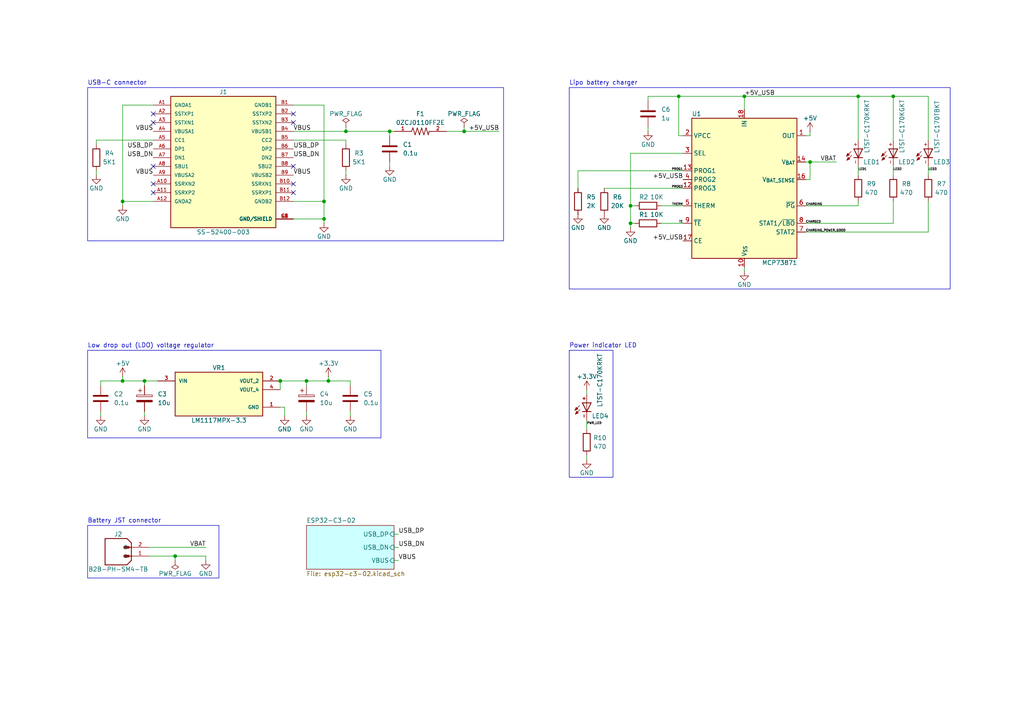
<source format=kicad_sch>
(kicad_sch (version 20250114) (generator "eeschema") (generator_version "9.0")
  (paper "A4")
  (title_block (title "ESP32 sensor board - Root") (date "2025-06-02") (rev "1") (company "Ing. Andrés Chaparro"))
  (lib_symbols
    (symbol "0ZCJ0110FF2E:0ZCJ0110FF2E" (pin_names (offset 1.016))
      (property "Reference" "R" (at -3.81 1.4986 0))
      (property "Value" "0ZCJ0110FF2E" (at -3.81 -3.302 0))
      (symbol "0ZCJ0110FF2E_0_0"
        (polyline (pts (xy -2.54 0) (xy -2.159 1.016)) (stroke (width 0.2032)))
        (polyline (pts (xy -2.159 1.016) (xy -1.524 -1.016)) (stroke (width 0.2032)))
        (polyline (pts (xy -1.524 -1.016) (xy -0.889 1.016)) (stroke (width 0.2032)))
        (polyline (pts (xy -0.889 1.016) (xy -0.254 -1.016)) (stroke (width 0.2032)))
        (polyline (pts (xy -0.254 -1.016) (xy 0.381 1.016)) (stroke (width 0.2032)))
        (polyline (pts (xy 0.381 1.016) (xy 1.016 -1.016)) (stroke (width 0.2032)))
        (polyline (pts (xy 1.016 -1.016) (xy 1.651 1.016)) (stroke (width 0.2032)))
        (polyline (pts (xy 1.651 1.016) (xy 2.286 -1.016)) (stroke (width 0.2032)))
        (polyline (pts (xy 2.286 -1.016) (xy 2.54 0)) (stroke (width 0.2032)))
        (pin passive line (at -7.62 0 0) (length 5.08) (name "~") (number "1"))
        (pin passive line (at 7.62 0 180) (length 5.08) (name "~") (number "2"))
      )
    )
    (symbol "B2B-PH-SM4-TB:B2B-PH-SM4-TB" (pin_names (offset 1.016))
      (property "Reference" "J" (at 0 6.35 0))
      (property "Value" "B2B-PH-SM4-TB" (at 0 -5.08 0))
      (symbol "B2B-PH-SM4-TB_0_0"
        (polyline (pts (xy 0 3.81) (xy 0 2.54)) (stroke (width 0.254)))
        (polyline (pts (xy 0 3.81) (xy 1.27 5.08)) (stroke (width 0.254)))
        (polyline (pts (xy 0 2.54) (xy 0 -1.27)) (stroke (width 0.254)))
        (polyline (pts (xy 0 2.54) (xy 1.905 2.54)) (stroke (width 0.254)))
        (polyline (pts (xy 0 0) (xy 1.905 0)) (stroke (width 0.254)))
        (polyline (pts (xy 0 -1.27) (xy 1.27 -2.54)) (stroke (width 0.254)))
        (rectangle (start 0.635 2.2225) (end 2.2225 2.8575) (stroke (width 0.1)) (fill (type outline)))
        (rectangle (start 0.635 -0.3175) (end 2.2225 0.3175) (stroke (width 0.1)) (fill (type outline)))
        (polyline (pts (xy 1.27 -2.54) (xy 7.62 -2.54)) (stroke (width 0.254)))
        (polyline (pts (xy 7.62 5.08) (xy 1.27 5.08)) (stroke (width 0.254)))
        (polyline (pts (xy 7.62 -2.54) (xy 7.62 5.08)) (stroke (width 0.254)))
        (pin passive line (at -5.08 2.54 0) (length 5.08) (name "1") (number "1"))
        (pin passive line (at -5.08 0 0) (length 5.08) (name "2") (number "2"))
      )
    )
    (symbol "Battery_Management:MCP73871"
      (property "Reference" "U" (at -7.62 24.13 0))
      (property "Value" "MCP73871" (at -15.24 21.59 0))
      (symbol "MCP73871_0_1"
        (rectangle (start -15.24 20.32) (end 15.24 -20.32) (stroke (width 0.254)) (fill (type background)))
      )
      (symbol "MCP73871_1_1"
        (pin input line (at -17.78 15.24 0) (length 2.54) (name "VPCC") (number "2"))
        (pin input line (at -17.78 10.16 0) (length 2.54) (name "SEL") (number "3"))
        (pin bidirectional line (at -17.78 5.08 0) (length 2.54) (name "PROG1") (number "13"))
        (pin input line (at -17.78 2.54 0) (length 2.54) (name "PROG2") (number "4"))
        (pin bidirectional line (at -17.78 0 0) (length 2.54) (name "PROG3") (number "12"))
        (pin bidirectional line (at -17.78 -5.08 0) (length 2.54) (name "THERM") (number "5"))
        (pin input line (at -17.78 -10.16 0) (length 2.54) (name "~{TE}") (number "9"))
        (pin input line (at -17.78 -15.24 0) (length 2.54) (name "CE") (number "17"))
        (pin power_in line (at 0 22.86 270) (length 2.54) (name "IN") (number "18"))
        (pin passive line (at 0 22.86 270) (length 2.54) (hide yes) (name "IN") (number "19"))
        (pin power_in line (at 0 -22.86 90) (length 2.54) (name "V_{SS}") (number "10"))
        (pin passive line (at 0 -22.86 90) (length 2.54) (hide yes) (name "V_{SS}") (number "11"))
        (pin passive line (at 0 -22.86 90) (length 2.54) (hide yes) (name "V_{SS}") (number "21"))
        (pin power_out line (at 17.78 15.24 180) (length 2.54) (name "OUT") (number "1"))
        (pin passive line (at 17.78 15.24 180) (length 2.54) (hide yes) (name "OUT") (number "20"))
        (pin power_out line (at 17.78 7.62 180) (length 2.54) (name "V_{BAT}") (number "14"))
        (pin passive line (at 17.78 7.62 180) (length 2.54) (hide yes) (name "V_{BAT}") (number "15"))
        (pin input line (at 17.78 2.54 180) (length 2.54) (name "V_{BAT_SENSE}") (number "16"))
        (pin open_collector line (at 17.78 -5.08 180) (length 2.54) (name "~{PG}") (number "6"))
        (pin open_collector line (at 17.78 -10.16 180) (length 2.54) (name "STAT1/~{LBO}") (number "8"))
        (pin open_collector line (at 17.78 -12.7 180) (length 2.54) (name "STAT2") (number "7"))
      )
    )
    (symbol "Device:C" (pin_numbers (hide yes)) (pin_names (offset 0.254))
      (property "Reference" "C" (at 0.635 2.54 0))
      (property "Value" "C" (at 0.635 -2.54 0))
      (symbol "C_0_1"
        (polyline (pts (xy -2.032 0.762) (xy 2.032 0.762)) (stroke (width 0.508)))
        (polyline (pts (xy -2.032 -0.762) (xy 2.032 -0.762)) (stroke (width 0.508)))
      )
      (symbol "C_1_1"
        (pin passive line (at 0 3.81 270) (length 2.794) (name "~") (number "1"))
        (pin passive line (at 0 -3.81 90) (length 2.794) (name "~") (number "2"))
      )
    )
    (symbol "Device:C_Polarized" (pin_numbers (hide yes)) (pin_names (offset 0.254))
      (property "Reference" "C" (at 0.635 2.54 0))
      (property "Value" "C_Polarized" (at 0.635 -2.54 0))
      (symbol "C_Polarized_0_1"
        (rectangle (start -2.286 0.508) (end 2.286 1.016))
        (polyline (pts (xy -1.778 2.286) (xy -0.762 2.286)))
        (polyline (pts (xy -1.27 2.794) (xy -1.27 1.778)))
        (rectangle (start 2.286 -0.508) (end -2.286 -1.016) (fill (type outline)))
      )
      (symbol "C_Polarized_1_1"
        (pin passive line (at 0 3.81 270) (length 2.794) (name "~") (number "1"))
        (pin passive line (at 0 -3.81 90) (length 2.794) (name "~") (number "2"))
      )
    )
    (symbol "Device:R" (pin_numbers (hide yes)) (pin_names (offset 0))
      (property "Reference" "R" (at 2.032 0 90))
      (property "Value" "R" (at 0 0 90))
      (symbol "R_0_1"
        (rectangle (start -1.016 -2.54) (end 1.016 2.54) (stroke (width 0.254)))
      )
      (symbol "R_1_1"
        (pin passive line (at 0 3.81 270) (length 1.27) (name "~") (number "1"))
        (pin passive line (at 0 -3.81 90) (length 1.27) (name "~") (number "2"))
      )
    )
    (symbol "LM1117MPX-3.3:LM1117MPX-3.3" (pin_names (offset 1.016))
      (property "Reference" "VR" (at -12.7 6.08 0))
      (property "Value" "LM1117MPX-3.3" (at -12.7 -9.08 0))
      (symbol "LM1117MPX-3.3_0_0"
        (rectangle (start -12.7 -7.62) (end 12.7 5.08) (stroke (width 0.254)) (fill (type background)))
        (pin input line (at -17.78 2.54 0) (length 5.08) (name "VIN") (number "3"))
        (pin output line (at 17.78 2.54 180) (length 5.08) (name "VOUT_2") (number "2"))
        (pin output line (at 17.78 0 180) (length 5.08) (name "VOUT_4") (number "4"))
        (pin power_in line (at 17.78 -5.08 180) (length 5.08) (name "GND") (number "1"))
      )
    )
    (symbol "LTST-C170KGKT:LTST-C170KGKT" (pin_names (offset 1.016))
      (property "Reference" "D" (at -2.0353 4.0705 0))
      (property "Value" "LTST-C170KGKT" (at -2.0323 -5.7159 0))
      (symbol "LTST-C170KGKT_0_0"
        (polyline (pts (xy -0.762 3.302) (xy 0.127 2.921) (xy -0.381 2.413) (xy -0.762 3.302)) (stroke (width 0.1524)) (fill (type outline)))
        (polyline (pts (xy 0 0) (xy 0 1.27)) (stroke (width 0.254)))
        (polyline (pts (xy 0 0) (xy 2.54 1.27)) (stroke (width 0.254)))
        (polyline (pts (xy 0 -1.27) (xy 0 0)) (stroke (width 0.254)))
        (polyline (pts (xy 0.381 3.429) (xy 1.27 3.048) (xy 0.762 2.54) (xy 0.381 3.429)) (stroke (width 0.1524)) (fill (type outline)))
        (polyline (pts (xy 0.635 1.905) (xy -0.762 3.302)) (stroke (width 0.1524)))
        (polyline (pts (xy 1.778 2.032) (xy 0.381 3.429)) (stroke (width 0.1524)))
        (polyline (pts (xy 2.54 0) (xy 0 0)) (stroke (width 0.1524)))
        (polyline (pts (xy 2.54 0) (xy 2.54 1.27)) (stroke (width 0.254)))
        (polyline (pts (xy 2.54 -1.27) (xy 0 0)) (stroke (width 0.254)))
        (polyline (pts (xy 2.54 -1.27) (xy 2.54 0)) (stroke (width 0.254)))
        (pin passive line (at -2.54 0 0) (length 2.54) (name "~") (number "-"))
        (pin passive line (at 5.08 0 180) (length 2.54) (name "~") (number "+"))
      )
    )
    (symbol "LTST-C170KRKT:LTST-C170KRKT" (pin_names (offset 1.016))
      (property "Reference" "D" (at -2.0343 4.0686 0))
      (property "Value" "LTST-C170KRKT" (at -2.0325 -5.7164 0))
      (symbol "LTST-C170KRKT_0_0"
        (polyline (pts (xy -0.762 3.302) (xy 0.127 2.921) (xy -0.381 2.413) (xy -0.762 3.302)) (stroke (width 0.1524)) (fill (type outline)))
        (polyline (pts (xy 0 0) (xy 0 1.27)) (stroke (width 0.254)))
        (polyline (pts (xy 0 0) (xy 2.54 1.27)) (stroke (width 0.254)))
        (polyline (pts (xy 0 -1.27) (xy 0 0)) (stroke (width 0.254)))
        (polyline (pts (xy 0.381 3.429) (xy 1.27 3.048) (xy 0.762 2.54) (xy 0.381 3.429)) (stroke (width 0.1524)) (fill (type outline)))
        (polyline (pts (xy 0.635 1.905) (xy -0.762 3.302)) (stroke (width 0.1524)))
        (polyline (pts (xy 1.778 2.032) (xy 0.381 3.429)) (stroke (width 0.1524)))
        (polyline (pts (xy 2.54 0) (xy 0 0)) (stroke (width 0.1524)))
        (polyline (pts (xy 2.54 0) (xy 2.54 1.27)) (stroke (width 0.254)))
        (polyline (pts (xy 2.54 -1.27) (xy 0 0)) (stroke (width 0.254)))
        (polyline (pts (xy 2.54 -1.27) (xy 2.54 0)) (stroke (width 0.254)))
        (pin passive line (at -2.54 0 0) (length 2.54) (name "~") (number "-"))
        (pin passive line (at 5.08 0 180) (length 2.54) (name "~") (number "+"))
      )
    )
    (symbol "LTST-C170TBKT:LTST-C170TBKT" (pin_names (offset 1.016))
      (property "Reference" "D" (at -2.0354 4.0708 0))
      (property "Value" "LTST-C170TBKT" (at -2.0343 -5.7214 0))
      (symbol "LTST-C170TBKT_0_0"
        (polyline (pts (xy -0.762 3.302) (xy 0.127 2.921) (xy -0.381 2.413) (xy -0.762 3.302)) (stroke (width 0.1524)) (fill (type outline)))
        (polyline (pts (xy 0 0) (xy 0 1.27)) (stroke (width 0.254)))
        (polyline (pts (xy 0 0) (xy 2.54 1.27)) (stroke (width 0.254)))
        (polyline (pts (xy 0 -1.27) (xy 0 0)) (stroke (width 0.254)))
        (polyline (pts (xy 0.381 3.429) (xy 1.27 3.048) (xy 0.762 2.54) (xy 0.381 3.429)) (stroke (width 0.1524)) (fill (type outline)))
        (polyline (pts (xy 0.635 1.905) (xy -0.762 3.302)) (stroke (width 0.1524)))
        (polyline (pts (xy 1.778 2.032) (xy 0.381 3.429)) (stroke (width 0.1524)))
        (polyline (pts (xy 2.54 0) (xy 0 0)) (stroke (width 0.1524)))
        (polyline (pts (xy 2.54 0) (xy 2.54 1.27)) (stroke (width 0.254)))
        (polyline (pts (xy 2.54 -1.27) (xy 0 0)) (stroke (width 0.254)))
        (polyline (pts (xy 2.54 -1.27) (xy 2.54 0)) (stroke (width 0.254)))
        (pin passive line (at -2.54 0 0) (length 2.54) (name "~") (number "-"))
        (pin passive line (at 5.08 0 180) (length 2.54) (name "~") (number "+"))
      )
    )
    (symbol "SS-52400-003:SS-52400-003" (pin_names (offset 1.016))
      (property "Reference" "J" (at -15.24 19.05 0))
      (property "Value" "SS-52400-003" (at -15.24 -22.86 0))
      (symbol "SS-52400-003_0_0"
        (rectangle (start -15.24 -20.32) (end 15.24 17.78) (stroke (width 0.254)) (fill (type background)))
        (pin power_in line (at -20.32 15.24 0) (length 5.08) (name "GNDA1") (number "A1"))
        (pin bidirectional line (at -20.32 12.7 0) (length 5.08) (name "SSTXP1") (number "A2"))
        (pin bidirectional line (at -20.32 10.16 0) (length 5.08) (name "SSTXN1") (number "A3"))
        (pin power_in line (at -20.32 7.62 0) (length 5.08) (name "VBUSA1") (number "A4"))
        (pin bidirectional line (at -20.32 5.08 0) (length 5.08) (name "CC1") (number "A5"))
        (pin bidirectional line (at -20.32 2.54 0) (length 5.08) (name "DP1") (number "A6"))
        (pin bidirectional line (at -20.32 0 0) (length 5.08) (name "DN1") (number "A7"))
        (pin bidirectional line (at -20.32 -2.54 0) (length 5.08) (name "SBU1") (number "A8"))
        (pin power_in line (at -20.32 -5.08 0) (length 5.08) (name "VBUSA2") (number "A9"))
        (pin bidirectional line (at -20.32 -7.62 0) (length 5.08) (name "SSRXN2") (number "A10"))
        (pin bidirectional line (at -20.32 -10.16 0) (length 5.08) (name "SSRXP2") (number "A11"))
        (pin power_in line (at -20.32 -12.7 0) (length 5.08) (name "GNDA2") (number "A12"))
        (pin power_in line (at 20.32 15.24 180) (length 5.08) (name "GNDB1") (number "B1"))
        (pin bidirectional line (at 20.32 12.7 180) (length 5.08) (name "SSTXP2") (number "B2"))
        (pin bidirectional line (at 20.32 10.16 180) (length 5.08) (name "SSTXN2") (number "B3"))
        (pin power_in line (at 20.32 7.62 180) (length 5.08) (name "VBUSB1") (number "B4"))
        (pin bidirectional line (at 20.32 5.08 180) (length 5.08) (name "CC2") (number "B5"))
        (pin bidirectional line (at 20.32 2.54 180) (length 5.08) (name "DP2") (number "B6"))
        (pin bidirectional line (at 20.32 0 180) (length 5.08) (name "DN2") (number "B7"))
        (pin bidirectional line (at 20.32 -2.54 180) (length 5.08) (name "SBU2") (number "B8"))
        (pin power_in line (at 20.32 -5.08 180) (length 5.08) (name "VBUSB2") (number "B9"))
        (pin bidirectional line (at 20.32 -7.62 180) (length 5.08) (name "SSRXN1") (number "B10"))
        (pin bidirectional line (at 20.32 -10.16 180) (length 5.08) (name "SSRXP1") (number "B11"))
        (pin power_in line (at 20.32 -12.7 180) (length 5.08) (name "GNDB2") (number "B12"))
        (pin power_in line (at 20.32 -17.78 180) (length 5.08) (name "GND/SHIELD") (number "G1"))
        (pin power_in line (at 20.32 -17.78 180) (length 5.08) (name "GND/SHIELD") (number "G2"))
        (pin power_in line (at 20.32 -17.78 180) (length 5.08) (name "GND/SHIELD") (number "G3"))
        (pin power_in line (at 20.32 -17.78 180) (length 5.08) (name "GND/SHIELD") (number "G4"))
        (pin power_in line (at 20.32 -17.78 180) (length 5.08) (name "GND/SHIELD") (number "S1"))
        (pin power_in line (at 20.32 -17.78 180) (length 5.08) (name "GND/SHIELD") (number "S2"))
        (pin power_in line (at 20.32 -17.78 180) (length 5.08) (name "GND/SHIELD") (number "S3"))
        (pin power_in line (at 20.32 -17.78 180) (length 5.08) (name "GND/SHIELD") (number "S4"))
      )
    )
    (symbol "power:+3.3V" (power) (pin_numbers (hide yes)) (pin_names (offset 0) (hide yes))
      (property "Value" "+3.3V" (at 0 3.556 0))
      (symbol "+3.3V_0_1"
        (polyline (pts (xy -0.762 1.27) (xy 0 2.54)))
        (polyline (pts (xy 0 2.54) (xy 0.762 1.27)))
        (polyline (pts (xy 0 0) (xy 0 2.54)))
      )
      (symbol "+3.3V_1_1"
        (pin power_in line (at 0 0 90) (length 0) (name "~") (number "1"))
      )
    )
    (symbol "power:+5V" (power) (pin_numbers (hide yes)) (pin_names (offset 0) (hide yes))
      (property "Value" "+5V" (at 0 3.556 0))
      (symbol "+5V_0_1"
        (polyline (pts (xy -0.762 1.27) (xy 0 2.54)))
        (polyline (pts (xy 0 2.54) (xy 0.762 1.27)))
        (polyline (pts (xy 0 0) (xy 0 2.54)))
      )
      (symbol "+5V_1_1"
        (pin power_in line (at 0 0 90) (length 0) (name "~") (number "1"))
      )
    )
    (symbol "power:GND" (power) (pin_numbers (hide yes)) (pin_names (offset 0) (hide yes))
      (property "Value" "GND" (at 0 -3.81 0))
      (symbol "GND_0_1"
        (polyline (pts (xy 0 0) (xy 0 -1.27) (xy 1.27 -1.27) (xy 0 -2.54) (xy -1.27 -1.27) (xy 0 -1.27)))
      )
      (symbol "GND_1_1"
        (pin power_in line (at 0 0 270) (length 0) (name "~") (number "1"))
      )
    )
    (symbol "power:PWR_FLAG" (power) (pin_numbers (hide yes)) (pin_names (offset 0) (hide yes))
      (property "Value" "PWR_FLAG" (at 0 3.81 0))
      (symbol "PWR_FLAG_0_0"
        (pin power_out line (at 0 0 90) (length 0) (name "~") (number "1"))
      )
      (symbol "PWR_FLAG_0_1"
        (polyline (pts (xy 0 0) (xy 0 1.27) (xy -1.016 1.905) (xy 0 2.54) (xy 1.016 1.905) (xy 0 1.27)))
      )
    )
  )
  (rectangle (start 25.4 152.4) (end 63.5 167.64))
  (rectangle (start 25.4 25.4) (end 146.05 69.85))
  (rectangle (start 25.4 101.6) (end 110.49 127))
  (rectangle (start 165.1 101.6) (end 177.8 138.43))
  (rectangle (start 165.1 25.4) (end 275.59 83.82))
  (text "Low drop out (LDO) voltage regulator" (at 25.4 100.33 0) (effects (font (size 1.27 1.27)) (justify left)))
  (text "Power indicator LED" (at 165.1 100.33 0) (effects (font (size 1.27 1.27)) (justify left)))
  (text "Battery JST connector" (at 25.4 151.13 0) (effects (font (size 1.27 1.27)) (justify left)))
  (text "Lipo battery charger" (at 165.1 24.13 0) (effects (font (size 1.27 1.27)) (justify left)))
  (text "USB-C connector" (at 25.4 24.13 0) (effects (font (size 1.27 1.27)) (justify left)))
  (junction (at 88.9 110.49))
  (junction (at 182.88 64.77))
  (junction (at 234.95 46.99))
  (junction (at 50.8 161.29))
  (junction (at 81.28 110.49))
  (junction (at 196.85 27.94))
  (junction (at 35.56 58.42))
  (junction (at 134.62 38.1))
  (junction (at 41.91 110.49))
  (junction (at 182.88 59.69))
  (junction (at 259.08 27.94))
  (junction (at 93.98 63.5))
  (junction (at 100.33 38.1))
  (junction (at 113.03 38.1))
  (junction (at 248.92 27.94))
  (junction (at 93.98 58.42))
  (junction (at 95.25 110.49))
  (junction (at 215.9 27.94))
  (junction (at 35.56 110.49))
  (no_connect (at 85.09 35.56))
  (no_connect (at 44.45 33.02))
  (no_connect (at 85.09 53.34))
  (no_connect (at 44.45 35.56))
  (no_connect (at 85.09 33.02))
  (no_connect (at 85.09 48.26))
  (no_connect (at 44.45 53.34))
  (no_connect (at 85.09 55.88))
  (no_connect (at 44.45 55.88))
  (no_connect (at 44.45 48.26))
  (wire (pts (xy 198.12 44.45) (xy 182.88 44.45)))
  (wire (pts (xy 81.28 110.49) (xy 88.9 110.49)))
  (wire (pts (xy 85.09 38.1) (xy 100.33 38.1)))
  (wire (pts (xy 233.68 67.31) (xy 269.24 67.31)))
  (wire (pts (xy 233.68 59.69) (xy 248.92 59.69)))
  (wire (pts (xy 88.9 119.38) (xy 88.9 120.65)))
  (wire (pts (xy 43.18 158.75) (xy 59.69 158.75)))
  (wire (pts (xy 85.09 63.5) (xy 93.98 63.5)))
  (wire (pts (xy 187.96 27.94) (xy 196.85 27.94)))
  (wire (pts (xy 95.25 109.22) (xy 95.25 110.49)))
  (wire (pts (xy 269.24 48.26) (xy 269.24 50.8)))
  (wire (pts (xy 191.77 64.77) (xy 198.12 64.77)))
  (wire (pts (xy 196.85 27.94) (xy 196.85 39.37)))
  (wire (pts (xy 35.56 110.49) (xy 41.91 110.49)))
  (wire (pts (xy 191.77 59.69) (xy 198.12 59.69)))
  (wire (pts (xy 170.18 121.92) (xy 170.18 124.46)))
  (wire (pts (xy 29.21 110.49) (xy 35.56 110.49)))
  (wire (pts (xy 182.88 64.77) (xy 182.88 59.69)))
  (wire (pts (xy 248.92 40.64) (xy 248.92 27.94)))
  (wire (pts (xy 234.95 39.37) (xy 234.95 38.1)))
  (wire (pts (xy 248.92 27.94) (xy 259.08 27.94)))
  (wire (pts (xy 182.88 59.69) (xy 184.15 59.69)))
  (wire (pts (xy 248.92 27.94) (xy 215.9 27.94)))
  (wire (pts (xy 248.92 48.26) (xy 248.92 50.8)))
  (wire (pts (xy 29.21 110.49) (xy 29.21 111.76)))
  (wire (pts (xy 182.88 44.45) (xy 182.88 59.69)))
  (wire (pts (xy 88.9 110.49) (xy 95.25 110.49)))
  (wire (pts (xy 196.85 27.94) (xy 215.9 27.94)))
  (wire (pts (xy 113.03 46.99) (xy 113.03 48.26)))
  (wire (pts (xy 85.09 40.64) (xy 100.33 40.64)))
  (wire (pts (xy 248.92 59.69) (xy 248.92 58.42)))
  (wire (pts (xy 187.96 27.94) (xy 187.96 29.21)))
  (wire (pts (xy 114.3 158.75) (xy 115.57 158.75)))
  (wire (pts (xy 100.33 49.53) (xy 100.33 50.8)))
  (wire (pts (xy 198.12 49.53) (xy 167.64 49.53)))
  (wire (pts (xy 129.54 38.1) (xy 134.62 38.1)))
  (wire (pts (xy 101.6 119.38) (xy 101.6 120.65)))
  (wire (pts (xy 59.69 161.29) (xy 59.69 162.56)))
  (wire (pts (xy 114.3 154.94) (xy 115.57 154.94)))
  (wire (pts (xy 187.96 36.83) (xy 187.96 38.1)))
  (wire (pts (xy 170.18 132.08) (xy 170.18 133.35)))
  (wire (pts (xy 233.68 39.37) (xy 234.95 39.37)))
  (wire (pts (xy 234.95 46.99) (xy 234.95 52.07)))
  (wire (pts (xy 198.12 39.37) (xy 196.85 39.37)))
  (wire (pts (xy 182.88 66.04) (xy 182.88 64.77)))
  (wire (pts (xy 41.91 119.38) (xy 41.91 120.65)))
  (wire (pts (xy 93.98 63.5) (xy 93.98 64.77)))
  (wire (pts (xy 269.24 27.94) (xy 269.24 40.64)))
  (wire (pts (xy 233.68 46.99) (xy 234.95 46.99)))
  (wire (pts (xy 182.88 64.77) (xy 184.15 64.77)))
  (wire (pts (xy 41.91 110.49) (xy 41.91 111.76)))
  (wire (pts (xy 93.98 58.42) (xy 93.98 63.5)))
  (wire (pts (xy 44.45 30.48) (xy 35.56 30.48)))
  (wire (pts (xy 85.09 58.42) (xy 93.98 58.42)))
  (wire (pts (xy 167.64 49.53) (xy 167.64 54.61)))
  (wire (pts (xy 233.68 64.77) (xy 259.08 64.77)))
  (wire (pts (xy 234.95 46.99) (xy 242.57 46.99)))
  (wire (pts (xy 215.9 27.94) (xy 215.9 31.75)))
  (wire (pts (xy 44.45 40.64) (xy 27.94 40.64)))
  (wire (pts (xy 259.08 27.94) (xy 259.08 40.64)))
  (wire (pts (xy 259.08 48.26) (xy 259.08 50.8)))
  (wire (pts (xy 113.03 39.37) (xy 113.03 38.1)))
  (wire (pts (xy 114.3 162.56) (xy 115.57 162.56)))
  (wire (pts (xy 35.56 30.48) (xy 35.56 58.42)))
  (wire (pts (xy 101.6 110.49) (xy 101.6 111.76)))
  (wire (pts (xy 175.26 54.61) (xy 198.12 54.61)))
  (wire (pts (xy 41.91 110.49) (xy 45.72 110.49)))
  (wire (pts (xy 95.25 110.49) (xy 101.6 110.49)))
  (wire (pts (xy 234.95 52.07) (xy 233.68 52.07)))
  (wire (pts (xy 259.08 27.94) (xy 269.24 27.94)))
  (wire (pts (xy 82.55 118.11) (xy 82.55 120.65)))
  (wire (pts (xy 269.24 58.42) (xy 269.24 67.31)))
  (wire (pts (xy 43.18 161.29) (xy 50.8 161.29)))
  (wire (pts (xy 35.56 58.42) (xy 44.45 58.42)))
  (wire (pts (xy 88.9 110.49) (xy 88.9 111.76)))
  (wire (pts (xy 259.08 58.42) (xy 259.08 64.77)))
  (wire (pts (xy 93.98 30.48) (xy 93.98 58.42)))
  (wire (pts (xy 134.62 36.83) (xy 134.62 38.1)))
  (wire (pts (xy 29.21 119.38) (xy 29.21 120.65)))
  (wire (pts (xy 35.56 109.22) (xy 35.56 110.49)))
  (wire (pts (xy 134.62 38.1) (xy 144.78 38.1)))
  (wire (pts (xy 27.94 40.64) (xy 27.94 41.91)))
  (wire (pts (xy 215.9 77.47) (xy 215.9 78.74)))
  (wire (pts (xy 113.03 38.1) (xy 114.3 38.1)))
  (wire (pts (xy 27.94 49.53) (xy 27.94 50.8)))
  (wire (pts (xy 100.33 38.1) (xy 113.03 38.1)))
  (wire (pts (xy 100.33 36.83) (xy 100.33 38.1)))
  (wire (pts (xy 100.33 40.64) (xy 100.33 41.91)))
  (wire (pts (xy 81.28 110.49) (xy 81.28 113.03)))
  (wire (pts (xy 85.09 30.48) (xy 93.98 30.48)))
  (wire (pts (xy 50.8 162.56) (xy 50.8 161.29)))
  (wire (pts (xy 81.28 118.11) (xy 82.55 118.11)))
  (wire (pts (xy 50.8 161.29) (xy 59.69 161.29)))
  (wire (pts (xy 35.56 59.69) (xy 35.56 58.42)))
  (wire (pts (xy 170.18 113.03) (xy 170.18 114.3)))
  (label "VBUS" (at 44.45 50.8 180))
  (label "LED3" (at 269.24 49.53 0) (effects (font (size 0.63 0.63))))
  (label "LED2" (at 259.08 49.53 0) (effects (font (size 0.63 0.63))))
  (label "VBAT" (at 59.69 158.75 180))
  (label "+5V_USB" (at 215.9 27.94 0))
  (label "PROG1" (at 198.12 49.53 180) (effects (font (size 0.63 0.63))))
  (label "USB_DN" (at 44.45 45.72 180))
  (label "VBUS" (at 115.57 162.56 0))
  (label "VBUS" (at 85.09 50.8 0))
  (label "LED1" (at 248.92 49.53 0) (effects (font (size 0.63 0.63))))
  (label "USB_DP" (at 115.57 154.94 0))
  (label "PWR_LED" (at 170.18 123.19 0) (effects (font (size 0.63 0.63))))
  (label "USB_DN" (at 85.09 45.72 0))
  (label "+5V_USB" (at 144.78 38.1 180))
  (label "THERM" (at 198.12 59.69 180) (effects (font (size 0.63 0.63))))
  (label "PROG3" (at 198.12 54.61 180) (effects (font (size 0.63 0.63))))
  (label "+5V_USB" (at 198.12 69.85 180))
  (label "USB_DN" (at 115.57 158.75 0))
  (label "TE" (at 198.12 64.77 180) (effects (font (size 0.63 0.63))))
  (label "CHARGED" (at 233.68 64.77 0) (effects (font (size 0.63 0.63))))
  (label "USB_DP" (at 44.45 43.18 180))
  (label "VBUS" (at 85.09 38.1 0))
  (label "+5V_USB" (at 198.12 52.07 180))
  (label "CHARGING" (at 233.68 59.69 0) (effects (font (size 0.63 0.63))))
  (label "USB_DP" (at 85.09 43.18 0))
  (label "CHARGING_POWER_GOOD" (at 233.68 67.31 0) (effects (font (size 0.63 0.63))))
  (label "VBUS" (at 44.45 38.1 180))
  (label "VBAT" (at 242.57 46.99 180))
  (symbol (lib_id "power:GND") (at 187.96 38.1 0) (unit 1)
    (property "Reference" "#PWR012" (effects (hide yes)))
    (property "Value" "GND" (at 187.96 41.91 0))
    (property "Description" "Power symbol creates a global label with name \"GND\" , ground" (effects (hide yes)))
  )
  (symbol (lib_id "Device:R") (at 187.96 59.69 90) (unit 1)
    (property "Reference" "R2" (at 186.69 57.15 90))
    (property "Value" "10K" (at 190.5 57.15 90))
    (property "Footprint" "Resistor_SMD:R_0805_2012Metric" (effects (hide yes)))
    (property "Description" "Resistor" (effects (hide yes)))
  )
  (symbol (lib_id "power:GND") (at 170.18 133.35 0) (unit 1)
    (property "Reference" "#PWR020" (effects (hide yes)))
    (property "Value" "GND" (at 170.18 137.16 0))
    (property "Description" "Power symbol creates a global label with name \"GND\" , ground" (effects (hide yes)))
  )
  (symbol (lib_id "power:+3.3V") (at 95.25 109.22 0) (unit 1)
    (property "Reference" "#PWR013" (effects (hide yes)))
    (property "Value" "+3.3V" (at 95.25 105.41 0))
    (property "Description" "Power symbol creates a global label with name \"+3.3V\"" (effects (hide yes)))
  )
  (symbol (lib_id "Device:R") (at 100.33 45.72 180) (unit 1)
    (property "Reference" "R3" (at 104.14 44.45 0))
    (property "Value" "5K1" (at 104.14 46.99 0))
    (property "Footprint" "Resistor_SMD:R_0805_2012Metric" (effects (hide yes)))
    (property "Description" "Resistor" (effects (hide yes)))
  )
  (symbol (lib_id "Device:C") (at 29.21 115.57 0) (unit 1)
    (property "Reference" "C2" (at 33.02 114.2999 0) (effects (justify left)))
    (property "Value" "0.1u" (at 33.02 116.8399 0) (effects (justify left)))
    (property "Footprint" "Capacitor_SMD:C_0805_2012Metric" (effects (hide yes)))
    (property "Description" "Unpolarized capacitor" (effects (hide yes)))
  )
  (symbol (lib_id "Device:C_Polarized") (at 88.9 115.57 0) (unit 1)
    (property "Reference" "C4" (at 92.71 114.3 0) (effects (justify left)))
    (property "Value" "10u" (at 92.71 116.84 0) (effects (justify left)))
    (property "Footprint" "footprints:T491A106K010AT" (effects (hide yes)))
    (property "Description" "Polarized capacitor" (effects (hide yes)))
  )
  (symbol (lib_id "LTST-C170KRKT:LTST-C170KRKT") (at 248.92 45.72 90) (unit 1)
    (property "Reference" "LED1" (at 255.27 46.99 90) (effects (justify left)))
    (property "Value" "LTST-C170KRKT" (at 251.46 44.45 0) (effects (justify left)))
    (property "Footprint" "footprints:DIOC200X125X110" (effects (hide yes)))
    (property "MF" "Lite-On Inc." (effects (hide yes)))
    (property "Description_1" "Red 631nm LED Indication - Discrete 2V 0805 (2012 Metric)" (effects (hide yes)))
    (property "Package" "0805 Lite-On" (effects (hide yes)))
    (property "Price" "None" (effects (hide yes)))
    (property "Check_prices" "https://www.snapeda.com/parts/LTST-C170KRKT/Lite-On/view-part/?ref=eda" (effects (hide yes)))
    (property "SnapEDA_Link" "https://www.snapeda.com/parts/LTST-C170KRKT/Lite-On/view-part/?ref=snap" (effects (hide yes)))
    (property "MP" "LTST-C170KRKT" (effects (hide yes)))
    (property "Availability" "In Stock" (effects (hide yes)))
    (property "MANUFACTURER" "LiteOn" (effects (hide yes)))
  )
  (symbol (lib_id "power:GND") (at 167.64 62.23 0) (unit 1)
    (property "Reference" "#PWR02" (effects (hide yes)))
    (property "Value" "GND" (at 167.64 66.04 0))
    (property "Description" "Power symbol creates a global label with name \"GND\" , ground" (effects (hide yes)))
  )
  (symbol (lib_id "power:GND") (at 82.55 120.65 0) (unit 1)
    (property "Reference" "#PWR018" (effects (hide yes)))
    (property "Value" "GND" (at 82.55 124.46 0))
    (property "Description" "Power symbol creates a global label with name \"GND\" , ground" (effects (hide yes)))
  )
  (symbol (lib_id "LM1117MPX-3.3:LM1117MPX-3.3") (at 63.5 113.03 0) (unit 1)
    (property "Reference" "VR1" (at 63.5 106.68 0))
    (property "Value" "LM1117MPX-3.3" (at 63.5 121.92 0))
    (property "Footprint" "footprints:VREG_LM1117MPX-3.3" (effects (hide yes)))
    (property "MF" "Texas Instruments" (effects (hide yes)))
    (property "MAXIMUM_PACKAGE_HEIGHT" "1.80 mm" (effects (hide yes)))
    (property "Package" "SOT-223-4 Texas Instruments" (effects (hide yes)))
    (property "Price" "None" (effects (hide yes)))
    (property "Check_prices" "https://www.snapeda.com/parts/LM1117MPX-3.3/Texas+Instruments/view-part/?ref=eda" (effects (hide yes)))
    (property "STANDARD" "IPC-7351B" (effects (hide yes)))
    (property "PARTREV" "O" (effects (hide yes)))
    (property "SnapEDA_Link" "https://www.snapeda.com/parts/LM1117MPX-3.3/Texas+Instruments/view-part/?ref=snap" (effects (hide yes)))
    (property "MP" "LM1117MPX-3.3" (effects (hide yes)))
    (property "Description_1" "800-mA 15-V linear voltage regulator" (effects (hide yes)))
    (property "Availability" "In Stock" (effects (hide yes)))
    (property "MANUFACTURER" "Texas Instruments" (effects (hide yes)))
  )
  (symbol (lib_id "Device:R") (at 175.26 58.42 180) (unit 1)
    (property "Reference" "R6" (at 179.07 57.15 0))
    (property "Value" "20K" (at 179.07 59.69 0))
    (property "Footprint" "Resistor_SMD:R_0805_2012Metric" (effects (hide yes)))
    (property "Description" "Resistor" (effects (hide yes)))
  )
  (symbol (lib_id "power:GND") (at 35.56 59.69 0) (unit 1)
    (property "Reference" "#PWR06" (effects (hide yes)))
    (property "Value" "GND" (at 35.56 63.5 0))
    (property "Description" "Power symbol creates a global label with name \"GND\" , ground" (effects (hide yes)))
  )
  (symbol (lib_id "Device:R") (at 248.92 54.61 180) (unit 1)
    (property "Reference" "R9" (at 252.73 53.34 0))
    (property "Value" "470" (at 252.73 55.88 0))
    (property "Footprint" "Resistor_SMD:R_0805_2012Metric" (effects (hide yes)))
    (property "Description" "Resistor" (effects (hide yes)))
  )
  (symbol (lib_id "Device:C") (at 101.6 115.57 0) (unit 1)
    (property "Reference" "C5" (at 105.41 114.2999 0) (effects (justify left)))
    (property "Value" "0.1u" (at 105.41 116.8399 0) (effects (justify left)))
    (property "Footprint" "Capacitor_SMD:C_0805_2012Metric" (effects (hide yes)))
    (property "Description" "Unpolarized capacitor" (effects (hide yes)))
  )
  (symbol (lib_id "power:GND") (at 101.6 120.65 0) (unit 1)
    (property "Reference" "#PWR016" (effects (hide yes)))
    (property "Value" "GND" (at 101.6 124.46 0))
    (property "Description" "Power symbol creates a global label with name \"GND\" , ground" (effects (hide yes)))
  )
  (symbol (lib_id "power:PWR_FLAG") (at 134.62 36.83 0) (unit 1)
    (property "Reference" "#FLG06" (effects (hide yes)))
    (property "Value" "PWR_FLAG" (at 134.62 33.02 0))
    (property "Description" "Special symbol for telling ERC where power comes from" (effects (hide yes)))
  )
  (symbol (lib_id "power:GND") (at 113.03 48.26 0) (unit 1)
    (property "Reference" "#PWR010" (effects (hide yes)))
    (property "Value" "GND" (at 113.03 52.07 0))
    (property "Description" "Power symbol creates a global label with name \"GND\" , ground" (effects (hide yes)))
  )
  (symbol (lib_id "Device:R") (at 167.64 58.42 180) (unit 1)
    (property "Reference" "R5" (at 171.45 57.15 0))
    (property "Value" "2K" (at 171.45 59.69 0))
    (property "Footprint" "Resistor_SMD:R_0805_2012Metric" (effects (hide yes)))
    (property "Description" "Resistor" (effects (hide yes)))
  )
  (symbol (lib_id "power:GND") (at 100.33 50.8 0) (unit 1)
    (property "Reference" "#PWR04" (effects (hide yes)))
    (property "Value" "GND" (at 100.33 54.61 0))
    (property "Description" "Power symbol creates a global label with name \"GND\" , ground" (effects (hide yes)))
  )
  (symbol (lib_id "power:GND") (at 41.91 120.65 0) (unit 1)
    (property "Reference" "#PWR015" (effects (hide yes)))
    (property "Value" "GND" (at 41.91 124.46 0))
    (property "Description" "Power symbol creates a global label with name \"GND\" , ground" (effects (hide yes)))
  )
  (symbol (lib_id "B2B-PH-SM4-TB:B2B-PH-SM4-TB") (at 38.1 158.75 180) (unit 1)
    (property "Reference" "J2" (at 34.29 154.94 0))
    (property "Value" "B2B-PH-SM4-TB" (at 34.29 165.1 0))
    (property "Footprint" "footprints:JST_B2B-PH-SM4-TB" (effects (hide yes)))
    (property "MF" "JST" (effects (hide yes)))
    (property "MAXIMUM_PACKAGE_HEIGHT" "6.6 mm" (effects (hide yes)))
    (property "Package" "NON STANDARD-2 JST" (effects (hide yes)))
    (property "Price" "None" (effects (hide yes)))
    (property "Check_prices" "https://www.snapeda.com/parts/B2B-PH-SM4-TB/JST/view-part/?ref=eda" (effects (hide yes)))
    (property "STANDARD" "Manufacturer Recommendations" (effects (hide yes)))
    (property "PARTREV" "N/A" (effects (hide yes)))
    (property "SnapEDA_Link" "https://www.snapeda.com/parts/B2B-PH-SM4-TB/JST/view-part/?ref=snap" (effects (hide yes)))
    (property "MP" "B2B-PH-SM4-TB" (effects (hide yes)))
    (property "Description_1" "Connector Header Surface Mount 2 position 0.079 (2.00mm)" (effects (hide yes)))
    (property "Availability" "In Stock" (effects (hide yes)))
    (property "MANUFACTURER" "JST" (effects (hide yes)))
  )
  (symbol (lib_id "power:GND") (at 29.21 120.65 0) (unit 1)
    (property "Reference" "#PWR014" (effects (hide yes)))
    (property "Value" "GND" (at 29.21 124.46 0))
    (property "Description" "Power symbol creates a global label with name \"GND\" , ground" (effects (hide yes)))
  )
  (symbol (lib_id "Device:C_Polarized") (at 41.91 115.57 0) (unit 1)
    (property "Reference" "C3" (at 45.72 114.3 0) (effects (justify left)))
    (property "Value" "10u" (at 45.72 116.84 0) (effects (justify left)))
    (property "Footprint" "footprints:T491A106K010AT" (effects (hide yes)))
    (property "Description" "Polarized capacitor" (effects (hide yes)))
  )
  (symbol (lib_id "power:GND") (at 93.98 64.77 0) (unit 1)
    (property "Reference" "#PWR026" (effects (hide yes)))
    (property "Value" "GND" (at 93.98 68.58 0))
    (property "Description" "Power symbol creates a global label with name \"GND\" , ground" (effects (hide yes)))
  )
  (symbol (lib_id "Device:C") (at 113.03 43.18 0) (unit 1)
    (property "Reference" "C1" (at 116.84 41.9099 0) (effects (justify left)))
    (property "Value" "0.1u" (at 116.84 44.4499 0) (effects (justify left)))
    (property "Footprint" "Capacitor_SMD:C_0805_2012Metric" (effects (hide yes)))
    (property "Description" "Unpolarized capacitor" (effects (hide yes)))
  )
  (symbol (lib_id "Device:R") (at 27.94 45.72 180) (unit 1)
    (property "Reference" "R4" (at 31.75 44.45 0))
    (property "Value" "5K1" (at 31.75 46.99 0))
    (property "Footprint" "Resistor_SMD:R_0805_2012Metric" (effects (hide yes)))
    (property "Description" "Resistor" (effects (hide yes)))
  )
  (symbol (lib_id "power:+5V") (at 35.56 109.22 0) (unit 1)
    (property "Reference" "#PWR025" (effects (hide yes)))
    (property "Value" "+5V" (at 35.56 105.41 0))
    (property "Description" "Power symbol creates a global label with name \"+5V\"" (effects (hide yes)))
  )
  (symbol (lib_id "power:+5V") (at 234.95 38.1 0) (unit 1)
    (property "Reference" "#PWR024" (effects (hide yes)))
    (property "Value" "+5V" (at 234.95 34.29 0))
    (property "Description" "Power symbol creates a global label with name \"+5V\"" (effects (hide yes)))
  )
  (symbol (lib_id "power:GND") (at 175.26 62.23 0) (unit 1)
    (property "Reference" "#PWR03" (effects (hide yes)))
    (property "Value" "GND" (at 175.26 66.04 0))
    (property "Description" "Power symbol creates a global label with name \"GND\" , ground" (effects (hide yes)))
  )
  (symbol (lib_id "Device:C") (at 187.96 33.02 0) (unit 1)
    (property "Reference" "C6" (at 191.77 31.7499 0) (effects (justify left)))
    (property "Value" "1u" (at 191.77 34.2899 0) (effects (justify left)))
    (property "Footprint" "Capacitor_SMD:C_0805_2012Metric" (effects (hide yes)))
    (property "Description" "Unpolarized capacitor" (effects (hide yes)))
  )
  (symbol (lib_id "power:GND") (at 88.9 120.65 0) (unit 1)
    (property "Reference" "#PWR017" (effects (hide yes)))
    (property "Value" "GND" (at 88.9 124.46 0))
    (property "Description" "Power symbol creates a global label with name \"GND\" , ground" (effects (hide yes)))
  )
  (symbol (lib_id "power:GND") (at 182.88 66.04 0) (unit 1)
    (property "Reference" "#PWR01" (effects (hide yes)))
    (property "Value" "GND" (at 182.88 69.85 0))
    (property "Description" "Power symbol creates a global label with name \"GND\" , ground" (effects (hide yes)))
  )
  (symbol (lib_id "Device:R") (at 187.96 64.77 90) (unit 1)
    (property "Reference" "R1" (at 186.69 62.23 90))
    (property "Value" "10K" (at 190.5 62.23 90))
    (property "Footprint" "Resistor_SMD:R_0805_2012Metric" (effects (hide yes)))
    (property "Description" "Resistor" (effects (hide yes)))
  )
  (symbol (lib_id "Device:R") (at 170.18 128.27 180) (unit 1)
    (property "Reference" "R10" (at 173.99 127 0))
    (property "Value" "470" (at 173.99 129.54 0))
    (property "Footprint" "Resistor_SMD:R_0805_2012Metric" (effects (hide yes)))
    (property "Description" "Resistor" (effects (hide yes)))
  )
  (symbol (lib_id "power:+3.3V") (at 170.18 113.03 0) (unit 1)
    (property "Reference" "#PWR021" (effects (hide yes)))
    (property "Value" "+3.3V" (at 170.18 109.22 0))
    (property "Description" "Power symbol creates a global label with name \"+3.3V\"" (effects (hide yes)))
  )
  (symbol (lib_id "Device:R") (at 259.08 54.61 180) (unit 1)
    (property "Reference" "R8" (at 262.89 53.34 0))
    (property "Value" "470" (at 262.89 55.88 0))
    (property "Footprint" "Resistor_SMD:R_0805_2012Metric" (effects (hide yes)))
    (property "Description" "Resistor" (effects (hide yes)))
  )
  (symbol (lib_id "LTST-C170KGKT:LTST-C170KGKT") (at 259.08 45.72 90) (unit 1)
    (property "Reference" "LED2" (at 265.43 46.99 90) (effects (justify left)))
    (property "Value" "LTST-C170KGKT" (at 261.62 44.45 0) (effects (justify left)))
    (property "Footprint" "footprints:DIOC200X125X110" (effects (hide yes)))
    (property "MF" "Lite-On Inc." (effects (hide yes)))
    (property "Description_1" "Green 571nm LED Indication - Discrete 2V 0805 (2012 Metric)" (effects (hide yes)))
    (property "Package" "0805 Lite-On" (effects (hide yes)))
    (property "Price" "None" (effects (hide yes)))
    (property "Check_prices" "https://www.snapeda.com/parts/LTST-C170KGKT/Lite-On/view-part/?ref=eda" (effects (hide yes)))
    (property "SnapEDA_Link" "https://www.snapeda.com/parts/LTST-C170KGKT/Lite-On/view-part/?ref=snap" (effects (hide yes)))
    (property "MP" "LTST-C170KGKT" (effects (hide yes)))
    (property "Availability" "In Stock" (effects (hide yes)))
    (property "MANUFACTURER" "LiteOn" (effects (hide yes)))
  )
  (symbol (lib_id "power:PWR_FLAG") (at 100.33 36.83 0) (unit 1)
    (property "Reference" "#FLG01" (effects (hide yes)))
    (property "Value" "PWR_FLAG" (at 100.33 33.02 0))
    (property "Description" "Special symbol for telling ERC where power comes from" (effects (hide yes)))
  )
  (symbol (lib_id "LTST-C170TBKT:LTST-C170TBKT") (at 269.24 45.72 90) (unit 1)
    (property "Reference" "LED3" (at 275.59 46.99 90) (effects (justify left)))
    (property "Value" "LTST-C170TBKT" (at 271.78 44.45 0) (effects (justify left)))
    (property "Footprint" "footprints:DIOC200X125X110" (effects (hide yes)))
    (property "MF" "Lite-On Electronics" (effects (hide yes)))
    (property "Description_1" "Blue 470nm LED Indication - Discrete 3.3V 0805 (2012 Metric)" (effects (hide yes)))
    (property "Package" "0805 Lite-On" (effects (hide yes)))
    (property "Price" "None" (effects (hide yes)))
    (property "Check_prices" "https://www.snapeda.com/parts/LTST-C170TBKT/Lite-On/view-part/?ref=eda" (effects (hide yes)))
    (property "SnapEDA_Link" "https://www.snapeda.com/parts/LTST-C170TBKT/Lite-On/view-part/?ref=snap" (effects (hide yes)))
    (property "MP" "LTST-C170TBKT" (effects (hide yes)))
    (property "Availability" "In Stock" (effects (hide yes)))
    (property "MANUFACTURER" "LiteOn" (effects (hide yes)))
  )
  (symbol (lib_id "power:PWR_FLAG") (at 50.8 162.56 180) (unit 1)
    (property "Reference" "#FLG02" (effects (hide yes)))
    (property "Value" "PWR_FLAG" (at 50.8 166.37 0))
    (property "Description" "Special symbol for telling ERC where power comes from" (effects (hide yes)))
  )
  (symbol (lib_id "SS-52400-003:SS-52400-003") (at 64.77 45.72 0) (unit 1)
    (property "Reference" "J1" (at 64.77 26.67 0))
    (property "Value" "SS-52400-003" (at 64.77 67.31 0))
    (property "Footprint" "footprints:BELFUSE_SS-52400-003" (effects (hide yes)))
    (property "MF" "Stewart Connector" (effects (hide yes)))
    (property "MAXIMUM_PACKAGE_HEIGHT" "2.96 mm" (effects (hide yes)))
    (property "Package" "None" (effects (hide yes)))
    (property "Price" "None" (effects (hide yes)))
    (property "Check_prices" "https://www.snapeda.com/parts/SS-52400-003/Stewart+Connector/view-part/?ref=eda" (effects (hide yes)))
    (property "STANDARD" "Manufacturer Recommendations" (effects (hide yes)))
    (property "PARTREV" "A0" (effects (hide yes)))
    (property "SnapEDA_Link" "https://www.snapeda.com/parts/SS-52400-003/Stewart+Connector/view-part/?ref=snap" (effects (hide yes)))
    (property "MP" "SS-52400-003" (effects (hide yes)))
    (property "Description_1" "USB Type-C Connector | USB 3.1 | 1 Port | Right Angle Receptacle | Shielded | 0.063 in (1.60mm) PCB Thickness" (effects (hide yes)))
    (property "Availability" "In Stock" (effects (hide yes)))
    (property "MANUFACTURER" "BelFuse" (effects (hide yes)))
  )
  (symbol (lib_id "Device:R") (at 269.24 54.61 180) (unit 1)
    (property "Reference" "R7" (at 273.05 53.34 0))
    (property "Value" "470" (at 273.05 55.88 0))
    (property "Footprint" "Resistor_SMD:R_0805_2012Metric" (effects (hide yes)))
    (property "Description" "Resistor" (effects (hide yes)))
  )
  (symbol (lib_id "power:GND") (at 59.69 162.56 0) (unit 1)
    (property "Reference" "#PWR019" (effects (hide yes)))
    (property "Value" "GND" (at 59.69 166.37 0))
    (property "Description" "Power symbol creates a global label with name \"GND\" , ground" (effects (hide yes)))
  )
  (symbol (lib_id "0ZCJ0110FF2E:0ZCJ0110FF2E") (at 121.92 38.1 0) (unit 1)
    (property "Reference" "F1" (at 121.92 33.02 0))
    (property "Value" "0ZCJ0110FF2E" (at 121.92 35.56 0))
    (property "Footprint" "footprints:RESC3216X125N" (effects (hide yes)))
    (property "MF" "Bel Fuse" (effects (hide yes)))
    (property "Description_1" "1206 SMT PPTC | 1.10 Ih | 8V" (effects (hide yes)))
    (property "Package" "1206 Bel Fuse" (effects (hide yes)))
    (property "Price" "None" (effects (hide yes)))
    (property "SnapEDA_Link" "https://www.snapeda.com/parts/0ZCJ0110FF2E/Bel+Circuit+Protection/view-part/?ref=snap" (effects (hide yes)))
    (property "MP" "0ZCJ0110FF2E" (effects (hide yes)))
    (property "Availability" "In Stock" (effects (hide yes)))
    (property "Check_prices" "https://www.snapeda.com/parts/0ZCJ0110FF2E/Bel+Circuit+Protection/view-part/?ref=eda" (effects (hide yes)))
  )
  (symbol (lib_id "power:GND") (at 27.94 50.8 0) (unit 1)
    (property "Reference" "#PWR05" (effects (hide yes)))
    (property "Value" "GND" (at 27.94 54.61 0))
    (property "Description" "Power symbol creates a global label with name \"GND\" , ground" (effects (hide yes)))
  )
  (symbol (lib_id "LTST-C170KRKT:LTST-C170KRKT") (at 170.18 119.38 90) (unit 1)
    (property "Reference" "LED4" (at 176.53 120.65 90) (effects (justify left)))
    (property "Value" "LTST-C170KRKT" (at 173.99 118.11 0) (effects (justify left)))
    (property "Footprint" "footprints:DIOC200X125X110" (effects (hide yes)))
    (property "MF" "Lite-On Inc." (effects (hide yes)))
    (property "Description_1" "Red 631nm LED Indication - Discrete 2V 0805 (2012 Metric)" (effects (hide yes)))
    (property "Package" "0805 Lite-On" (effects (hide yes)))
    (property "Price" "None" (effects (hide yes)))
    (property "Check_prices" "https://www.snapeda.com/parts/LTST-C170KRKT/Lite-On/view-part/?ref=eda" (effects (hide yes)))
    (property "SnapEDA_Link" "https://www.snapeda.com/parts/LTST-C170KRKT/Lite-On/view-part/?ref=snap" (effects (hide yes)))
    (property "MP" "LTST-C170KRKT" (effects (hide yes)))
    (property "Availability" "In Stock" (effects (hide yes)))
    (property "MANUFACTURER" "LiteOn" (effects (hide yes)))
  )
  (symbol (lib_id "Battery_Management:MCP73871") (at 215.9 54.61 0) (unit 1)
    (property "Reference" "U1" (at 200.66 33.02 0) (effects (justify left)))
    (property "Value" "MCP73871" (at 220.98 76.2 0) (effects (justify left)))
    (property "Footprint" "Package_DFN_QFN:QFN-20-1EP_4x4mm_P0.5mm_EP2.5x2.5mm" (effects (hide yes)))
    (property "Datasheet" "http://www.mouser.com/ds/2/268/22090a-52174.pdf" (effects (hide yes)))
    (property "Description" "Single cell, Li-Ion/Li-Po charge management controller" (effects (hide yes)))
  )
  (symbol (lib_id "power:GND") (at 215.9 78.74 0) (unit 1)
    (property "Reference" "#PWR011" (effects (hide yes)))
    (property "Value" "GND" (at 215.9 82.55 0))
    (property "Description" "Power symbol creates a global label with name \"GND\" , ground" (effects (hide yes)))
  )
  (sheet (at 88.9 152.4) (size 25.4 12.7) (stroke (width 0.1524)) (fill (color 0 255 255 0.2000))
    (property "Sheetname" "ESP32-C3-02" (at 88.9 151.6884 0) (effects (justify left bottom)))
    (property "Sheetfile" "esp32-c3-02.kicad_sch" (at 88.9 165.6846 0) (effects (justify left top)))
    (pin "USB_DN" input (at 114.3 158.75 0))
    (pin "USB_DP" input (at 114.3 154.94 0))
    (pin "VBUS" input (at 114.3 162.56 0))
  )
)
</source>
